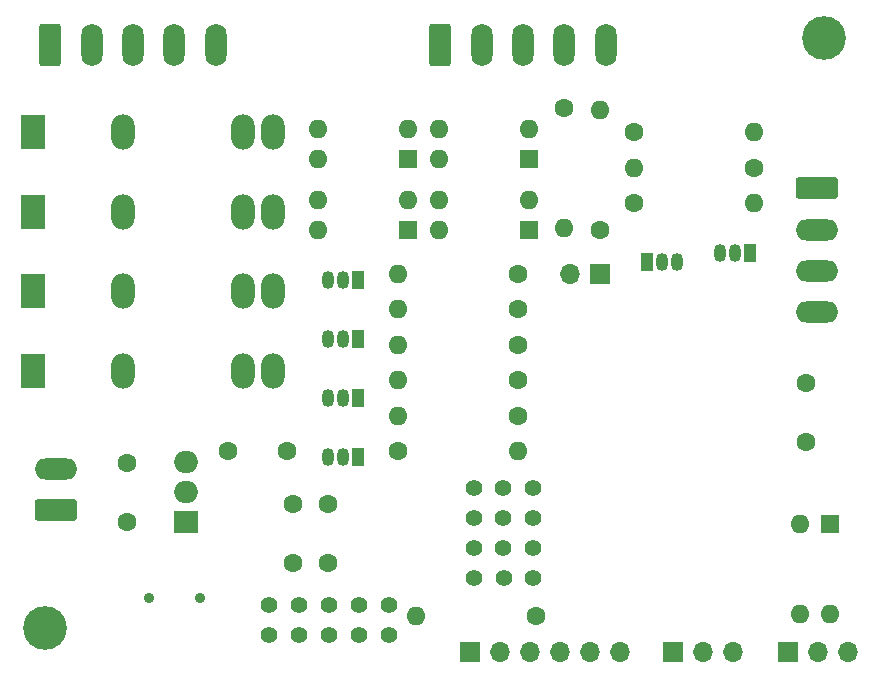
<source format=gbr>
%TF.GenerationSoftware,KiCad,Pcbnew,(6.0.7)*%
%TF.CreationDate,2023-01-15T20:37:24-05:00*%
%TF.ProjectId,ESPoules,4553506f-756c-4657-932e-6b696361645f,rev?*%
%TF.SameCoordinates,Original*%
%TF.FileFunction,Soldermask,Bot*%
%TF.FilePolarity,Negative*%
%FSLAX46Y46*%
G04 Gerber Fmt 4.6, Leading zero omitted, Abs format (unit mm)*
G04 Created by KiCad (PCBNEW (6.0.7)) date 2023-01-15 20:37:24*
%MOMM*%
%LPD*%
G01*
G04 APERTURE LIST*
G04 Aperture macros list*
%AMRoundRect*
0 Rectangle with rounded corners*
0 $1 Rounding radius*
0 $2 $3 $4 $5 $6 $7 $8 $9 X,Y pos of 4 corners*
0 Add a 4 corners polygon primitive as box body*
4,1,4,$2,$3,$4,$5,$6,$7,$8,$9,$2,$3,0*
0 Add four circle primitives for the rounded corners*
1,1,$1+$1,$2,$3*
1,1,$1+$1,$4,$5*
1,1,$1+$1,$6,$7*
1,1,$1+$1,$8,$9*
0 Add four rect primitives between the rounded corners*
20,1,$1+$1,$2,$3,$4,$5,0*
20,1,$1+$1,$4,$5,$6,$7,0*
20,1,$1+$1,$6,$7,$8,$9,0*
20,1,$1+$1,$8,$9,$2,$3,0*%
G04 Aperture macros list end*
%ADD10C,1.400000*%
%ADD11R,1.700000X1.700000*%
%ADD12O,1.700000X1.700000*%
%ADD13R,2.000000X3.000000*%
%ADD14O,2.000000X3.000000*%
%ADD15C,3.700000*%
%ADD16C,1.600000*%
%ADD17O,1.600000X1.600000*%
%ADD18R,1.600000X1.600000*%
%ADD19R,2.000000X1.905000*%
%ADD20O,2.000000X1.905000*%
%ADD21R,1.050000X1.500000*%
%ADD22O,1.050000X1.500000*%
%ADD23RoundRect,0.250000X-0.650000X-1.550000X0.650000X-1.550000X0.650000X1.550000X-0.650000X1.550000X0*%
%ADD24O,1.800000X3.600000*%
%ADD25RoundRect,0.250000X1.550000X-0.650000X1.550000X0.650000X-1.550000X0.650000X-1.550000X-0.650000X0*%
%ADD26O,3.600000X1.800000*%
%ADD27C,0.900000*%
%ADD28RoundRect,0.250000X-1.550000X0.650000X-1.550000X-0.650000X1.550000X-0.650000X1.550000X0.650000X0*%
G04 APERTURE END LIST*
D10*
%TO.C,REF\u002A\u002A*%
X162540000Y-149540000D03*
%TD*%
D11*
%TO.C,J9*%
X177000000Y-151000000D03*
D12*
X179540000Y-151000000D03*
X182080000Y-151000000D03*
X184620000Y-151000000D03*
X187160000Y-151000000D03*
X189700000Y-151000000D03*
%TD*%
D10*
%TO.C,REF\u002A\u002A*%
X162540000Y-147000000D03*
%TD*%
D13*
%TO.C,U5*%
X140000000Y-113731000D03*
D14*
X147620000Y-113731000D03*
X157780000Y-113731000D03*
X160320000Y-113731000D03*
%TD*%
D11*
%TO.C,J5*%
X194225000Y-150975000D03*
D12*
X196765000Y-150975000D03*
X199305000Y-150975000D03*
%TD*%
D15*
%TO.C,REF\u002A\u002A*%
X207000000Y-99000000D03*
%TD*%
D10*
%TO.C,REF\u002A\u002A*%
X179839765Y-139700000D03*
%TD*%
D16*
%TO.C,R10*%
X181080000Y-128000000D03*
D17*
X170920000Y-128000000D03*
%TD*%
D10*
%TO.C,REF\u002A\u002A*%
X170160000Y-149540000D03*
%TD*%
D16*
%TO.C,C5*%
X205500000Y-128250000D03*
X205500000Y-133250000D03*
%TD*%
%TO.C,R2*%
X170920000Y-134000000D03*
D17*
X181080000Y-134000000D03*
%TD*%
D10*
%TO.C,REF\u002A\u002A*%
X182366740Y-139700000D03*
%TD*%
D16*
%TO.C,C4*%
X165000000Y-138500000D03*
X165000000Y-143500000D03*
%TD*%
D18*
%TO.C,U11*%
X182050000Y-115275000D03*
D17*
X182050000Y-112735000D03*
X174430000Y-112735000D03*
X174430000Y-115275000D03*
%TD*%
D11*
%TO.C,J4*%
X188000000Y-119000000D03*
D12*
X185460000Y-119000000D03*
%TD*%
D16*
%TO.C,R7*%
X181080000Y-119000000D03*
D17*
X170920000Y-119000000D03*
%TD*%
D16*
%TO.C,R8*%
X181080000Y-122000000D03*
D17*
X170920000Y-122000000D03*
%TD*%
D19*
%TO.C,U14*%
X153000000Y-140000000D03*
D20*
X153000000Y-137460000D03*
X153000000Y-134920000D03*
%TD*%
D16*
%TO.C,R3*%
X181080000Y-131000000D03*
D17*
X170920000Y-131000000D03*
%TD*%
D21*
%TO.C,Q5*%
X192000000Y-118000000D03*
D22*
X193270000Y-118000000D03*
X194540000Y-118000000D03*
%TD*%
D16*
%TO.C,C3*%
X148000000Y-140000000D03*
X148000000Y-135000000D03*
%TD*%
D10*
%TO.C,REF\u002A\u002A*%
X179839765Y-137160000D03*
%TD*%
%TO.C,+*%
X177323246Y-139700000D03*
%TD*%
D11*
%TO.C,J8*%
X203975000Y-151000000D03*
D12*
X206515000Y-151000000D03*
X209055000Y-151000000D03*
%TD*%
D23*
%TO.C,J2*%
X141500000Y-99642500D03*
D24*
X145000000Y-99642500D03*
X148500000Y-99642500D03*
X152000000Y-99642500D03*
X155500000Y-99642500D03*
%TD*%
D25*
%TO.C,J3*%
X142000000Y-139000000D03*
D26*
X142000000Y-135500000D03*
%TD*%
D10*
%TO.C,REF\u002A\u002A*%
X165080000Y-149540000D03*
%TD*%
%TO.C,REF\u002A\u002A*%
X170160000Y-147000000D03*
%TD*%
%TO.C,REF\u002A\u002A*%
X177323246Y-137160000D03*
%TD*%
%TO.C,REF\u002A\u002A*%
X179863246Y-144780000D03*
%TD*%
%TO.C,REF\u002A\u002A*%
X165080000Y-147000000D03*
%TD*%
D18*
%TO.C,U9*%
X171800000Y-115275000D03*
D17*
X171800000Y-112735000D03*
X164180000Y-112735000D03*
X164180000Y-115275000D03*
%TD*%
D16*
%TO.C,R1*%
X182580000Y-148000000D03*
D17*
X172420000Y-148000000D03*
%TD*%
D15*
%TO.C,REF\u002A\u002A*%
X141000000Y-149000000D03*
%TD*%
D18*
%TO.C,U12*%
X182050000Y-109275000D03*
D17*
X182050000Y-106735000D03*
X174430000Y-106735000D03*
X174430000Y-109275000D03*
%TD*%
D10*
%TO.C,-*%
X177323246Y-142240000D03*
%TD*%
%TO.C,REF\u002A\u002A*%
X160000000Y-149540000D03*
%TD*%
%TO.C,REF\u002A\u002A*%
X179839765Y-142240000D03*
%TD*%
D18*
%TO.C,SW1*%
X207500000Y-140200000D03*
D17*
X204960000Y-140200000D03*
X204960000Y-147820000D03*
X207500000Y-147820000D03*
%TD*%
D16*
%TO.C,RTRIG1*%
X188000000Y-115250000D03*
D17*
X188000000Y-105090000D03*
%TD*%
D21*
%TO.C,Q2*%
X167500000Y-124500000D03*
D22*
X166230000Y-124500000D03*
X164960000Y-124500000D03*
%TD*%
D16*
%TO.C,R17*%
X185000000Y-105000000D03*
D17*
X185000000Y-115160000D03*
%TD*%
D21*
%TO.C,Q3*%
X167500000Y-129500000D03*
D22*
X166230000Y-129500000D03*
X164960000Y-129500000D03*
%TD*%
D10*
%TO.C,REF\u002A\u002A*%
X182390221Y-144780000D03*
%TD*%
D16*
%TO.C,R16*%
X190920000Y-107000000D03*
D17*
X201080000Y-107000000D03*
%TD*%
D16*
%TO.C,C1*%
X156500000Y-134000000D03*
X161500000Y-134000000D03*
%TD*%
%TO.C,RECHO1*%
X190920000Y-113000000D03*
D17*
X201080000Y-113000000D03*
%TD*%
D21*
%TO.C,Q4*%
X167500000Y-134500000D03*
D22*
X166230000Y-134500000D03*
X164960000Y-134500000D03*
%TD*%
D10*
%TO.C,REF\u002A\u002A*%
X160000000Y-147000000D03*
%TD*%
D21*
%TO.C,Q1*%
X167500000Y-119500000D03*
D22*
X166230000Y-119500000D03*
X164960000Y-119500000D03*
%TD*%
D13*
%TO.C,U4*%
X140000000Y-107000000D03*
D14*
X147620000Y-107000000D03*
X157780000Y-107000000D03*
X160320000Y-107000000D03*
%TD*%
D10*
%TO.C,REF\u002A\u002A*%
X167620000Y-147000000D03*
%TD*%
D23*
%TO.C,J6*%
X174517500Y-99642500D03*
D24*
X178017500Y-99642500D03*
X181517500Y-99642500D03*
X185017500Y-99642500D03*
X188517500Y-99642500D03*
%TD*%
D13*
%TO.C,U7*%
X140000000Y-127193000D03*
D14*
X147620000Y-127193000D03*
X157780000Y-127193000D03*
X160320000Y-127193000D03*
%TD*%
D10*
%TO.C,REF\u002A\u002A*%
X182366740Y-142240000D03*
%TD*%
D16*
%TO.C,R15*%
X201080000Y-110000000D03*
D17*
X190920000Y-110000000D03*
%TD*%
D21*
%TO.C,Q6*%
X200750000Y-117250000D03*
D22*
X199480000Y-117250000D03*
X198210000Y-117250000D03*
%TD*%
D13*
%TO.C,U6*%
X140000000Y-120462000D03*
D14*
X147620000Y-120462000D03*
X157780000Y-120462000D03*
X160320000Y-120462000D03*
%TD*%
D10*
%TO.C,REF\u002A\u002A*%
X167620000Y-149540000D03*
%TD*%
D16*
%TO.C,R9*%
X181080000Y-125000000D03*
D17*
X170920000Y-125000000D03*
%TD*%
D10*
%TO.C,OUT*%
X177323246Y-144780000D03*
%TD*%
D27*
%TO.C,J1*%
X149800000Y-146475000D03*
X154200000Y-146475000D03*
%TD*%
D16*
%TO.C,C2*%
X162000000Y-138500000D03*
X162000000Y-143500000D03*
%TD*%
D18*
%TO.C,U10*%
X171800000Y-109275000D03*
D17*
X171800000Y-106735000D03*
X164180000Y-106735000D03*
X164180000Y-109275000D03*
%TD*%
D28*
%TO.C,J7*%
X206357500Y-111767500D03*
D26*
X206357500Y-115267500D03*
X206357500Y-118767500D03*
X206357500Y-122267500D03*
%TD*%
D10*
%TO.C,REF\u002A\u002A*%
X182366740Y-137160000D03*
%TD*%
M02*

</source>
